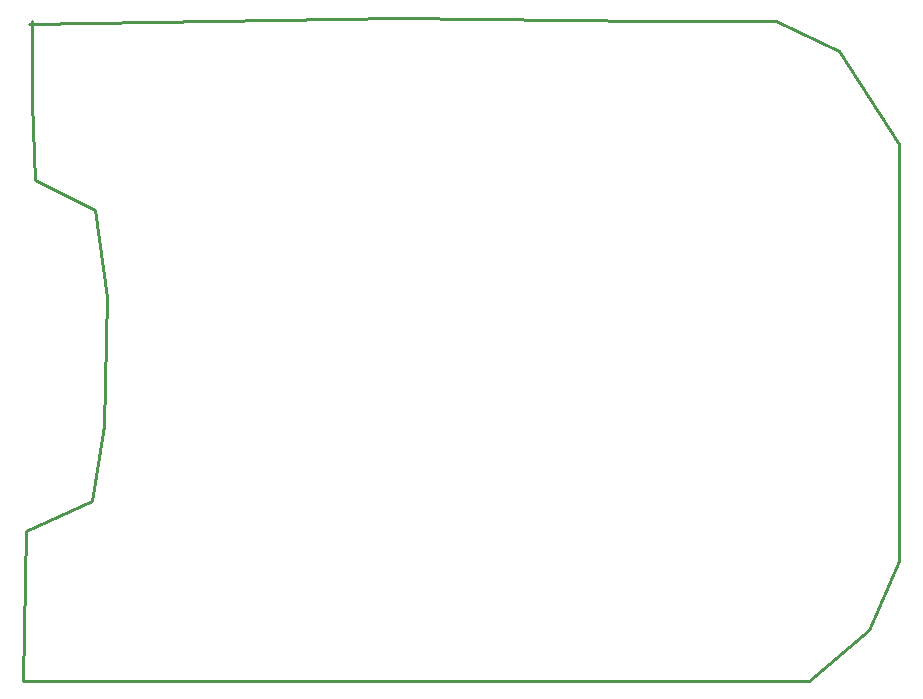
<source format=gko>
G04 Layer: BoardOutlineLayer*
G04 EasyEDA v6.5.22, 2023-01-10 12:38:46*
G04 25b49afb8cf343a198f3b3cb698868e7,2e4b97ed0a384ad5b60706015a639cab,10*
G04 Gerber Generator version 0.2*
G04 Scale: 100 percent, Rotated: No, Reflected: No *
G04 Dimensions in inches *
G04 leading zeros omitted , absolute positions ,3 integer and 6 decimal *
%FSLAX36Y36*%
%MOIN*%

%ADD10C,0.0100*%
D10*
X630000Y-40000D02*
G01*
X1860000Y-20000D01*
X2700000Y-30000D01*
X3120000Y-30000D01*
X3330000Y-130000D01*
X3530000Y-440000D01*
X3530000Y-1830000D01*
X3430000Y-2060000D01*
X3230000Y-2230000D01*
X610000Y-2230000D01*
X620000Y-1730000D01*
X840000Y-1630000D01*
X880000Y-1380000D01*
X890000Y-950000D01*
X850000Y-660000D01*
X650000Y-560000D01*
X640000Y-300000D01*
X640000Y-30000D01*

%LPD*%
M02*

</source>
